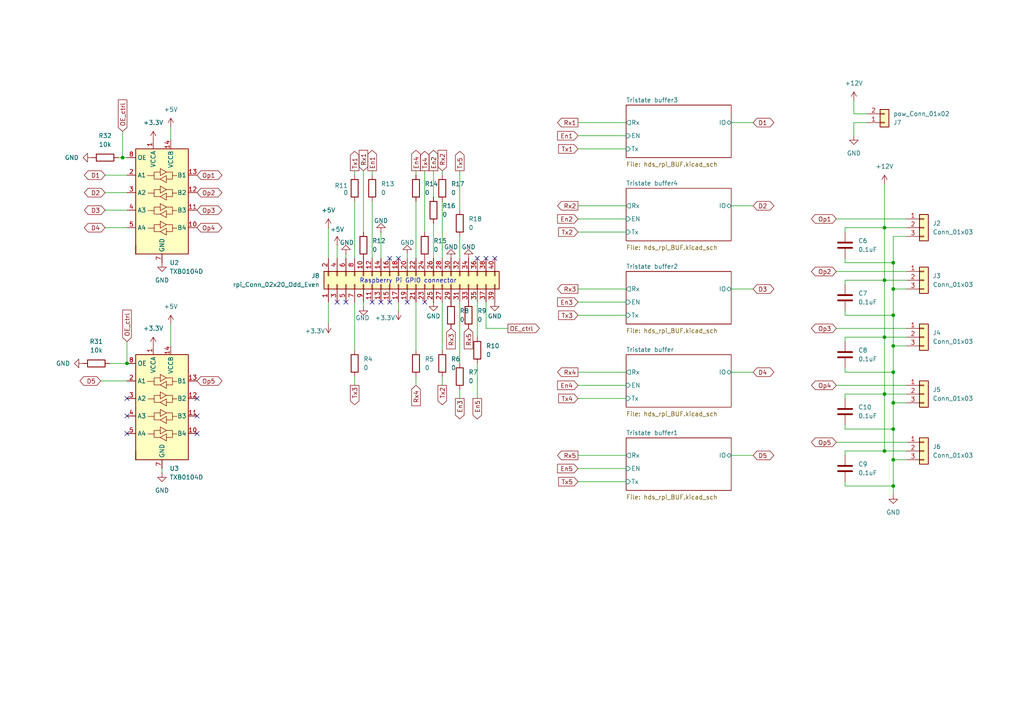
<source format=kicad_sch>
(kicad_sch (version 20231120) (generator "eeschema") (generator_version "8.0")
  (paper "A4")
  (lib_symbols
    (symbol "Connector_Generic:Conn_01x03" (pin_names (offset 1.016) hide)
      (property "Reference" "J" (at 0 5.08 0))
      (property "Value" "Conn_01x03" (at 0 -5.08 0))
      (symbol "Conn_01x03_1_1"
        (rectangle (start -1.27 -2.413) (end 0 -2.667) (stroke (width 0.1524)))
        (rectangle (start -1.27 0.127) (end 0 -0.127) (stroke (width 0.1524)))
        (rectangle (start -1.27 2.667) (end 0 2.413) (stroke (width 0.1524)))
        (rectangle (start -1.27 3.81) (end 1.27 -3.81) (stroke (width 0.254)) (fill (type background)))
        (pin passive line (at -5.08 2.54 0) (length 3.81) (name "Pin_1") (number "1"))
        (pin passive line (at -5.08 0 0) (length 3.81) (name "Pin_2") (number "2"))
        (pin passive line (at -5.08 -2.54 0) (length 3.81) (name "Pin_3") (number "3"))
      )
    )
    (symbol "Device:C" (pin_numbers hide) (pin_names (offset 0.254))
      (property "Reference" "C" (at 0.635 2.54 0))
      (property "Value" "C" (at 0.635 -2.54 0))
      (symbol "C_0_1"
        (polyline (pts (xy -2.032 -0.762) (xy 2.032 -0.762)) (stroke (width 0.508)))
        (polyline (pts (xy -2.032 0.762) (xy 2.032 0.762)) (stroke (width 0.508)))
      )
      (symbol "C_1_1"
        (pin passive line (at 0 3.81 270) (length 2.794) (name "~") (number "1"))
        (pin passive line (at 0 -3.81 90) (length 2.794) (name "~") (number "2"))
      )
    )
    (symbol "Device:R" (pin_numbers hide) (pin_names (offset 0))
      (property "Reference" "R" (at 2.032 0 90))
      (property "Value" "R" (at 0 0 90))
      (symbol "R_0_1"
        (rectangle (start -1.016 -2.54) (end 1.016 2.54) (stroke (width 0.254)))
      )
      (symbol "R_1_1"
        (pin passive line (at 0 3.81 270) (length 1.27) (name "~") (number "1"))
        (pin passive line (at 0 -3.81 90) (length 1.27) (name "~") (number "2"))
      )
    )
    (symbol "Logic_LevelTranslator:TXB0104D"
      (property "Reference" "U" (at -6.35 16.51 0))
      (property "Value" "TXB0104D" (at 3.81 16.51 0))
      (symbol "TXB0104D_0_1"
        (rectangle (start -7.62 -15.24) (end -7.62 -12.7) (stroke (width 0.254)))
        (rectangle (start -7.62 15.24) (end 7.62 -15.24) (stroke (width 0.254)) (fill (type background)))
        (polyline (pts (xy -2.286 -7.747) (xy -2.286 -6.731) (xy -0.508 -6.731)))
        (polyline (pts (xy -2.286 -2.667) (xy -2.286 -1.651) (xy -0.508 -1.651)))
        (polyline (pts (xy -2.286 2.413) (xy -2.286 3.429) (xy -0.508 3.429)))
        (polyline (pts (xy -2.286 7.493) (xy -2.286 8.509) (xy -0.508 8.509)))
        (polyline (pts (xy 3.048 -7.747) (xy 3.048 -8.763) (xy 1.27 -8.763)))
        (polyline (pts (xy 3.048 -2.667) (xy 3.048 -3.683) (xy 1.27 -3.683)))
        (polyline (pts (xy 3.048 2.413) (xy 3.048 1.397) (xy 1.27 1.397)))
        (polyline (pts (xy 3.048 7.493) (xy 3.048 6.477) (xy 1.27 6.477)))
        (polyline (pts (xy -0.508 -8.763) (xy -2.286 -8.763) (xy -2.286 -7.747) (xy -4.064 -7.747)))
        (polyline (pts (xy -0.508 -8.763) (xy 1.27 -7.747) (xy 1.27 -9.779) (xy -0.508 -8.763)))
        (polyline (pts (xy -0.508 -3.683) (xy -2.286 -3.683) (xy -2.286 -2.667) (xy -4.064 -2.667)))
        (polyline (pts (xy -0.508 -3.683) (xy 1.27 -2.667) (xy 1.27 -4.699) (xy -0.508 -3.683)))
        (polyline (pts (xy -0.508 1.397) (xy -2.286 1.397) (xy -2.286 2.413) (xy -4.064 2.413)))
        (polyline (pts (xy -0.508 1.397) (xy 1.27 2.413) (xy 1.27 0.381) (xy -0.508 1.397)))
        (polyline (pts (xy -0.508 6.477) (xy -2.286 6.477) (xy -2.286 7.493) (xy -4.318 7.493)))
        (polyline (pts (xy -0.508 6.477) (xy 1.27 7.493) (xy 1.27 5.461) (xy -0.508 6.477)))
        (polyline (pts (xy 1.27 -6.731) (xy -0.508 -7.747) (xy -0.508 -5.715) (xy 1.27 -6.731)))
        (polyline (pts (xy 1.27 -6.731) (xy 3.048 -6.731) (xy 3.048 -7.747) (xy 4.318 -7.747)))
        (polyline (pts (xy 1.27 -1.651) (xy -0.508 -2.667) (xy -0.508 -0.635) (xy 1.27 -1.651)))
        (polyline (pts (xy 1.27 -1.651) (xy 3.048 -1.651) (xy 3.048 -2.667) (xy 4.318 -2.667)))
        (polyline (pts (xy 1.27 3.429) (xy -0.508 2.413) (xy -0.508 4.445) (xy 1.27 3.429)))
        (polyline (pts (xy 1.27 3.429) (xy 3.048 3.429) (xy 3.048 2.413) (xy 4.318 2.413)))
        (polyline (pts (xy 1.27 8.509) (xy -0.508 7.493) (xy -0.508 9.525) (xy 1.27 8.509)))
        (polyline (pts (xy 1.27 8.509) (xy 3.048 8.509) (xy 3.048 7.493) (xy 4.318 7.493)))
      )
      (symbol "TXB0104D_1_1"
        (pin power_in line (at -2.54 17.78 270) (length 2.54) (name "VCCA") (number "1"))
        (pin bidirectional line (at 10.16 -7.62 180) (length 2.54) (name "B4") (number "10"))
        (pin bidirectional line (at 10.16 -2.54 180) (length 2.54) (name "B3") (number "11"))
        (pin bidirectional line (at 10.16 2.54 180) (length 2.54) (name "B2") (number "12"))
        (pin bidirectional line (at 10.16 7.62 180) (length 2.54) (name "B1") (number "13"))
        (pin power_in line (at 2.54 17.78 270) (length 2.54) (name "VCCB") (number "14"))
        (pin bidirectional line (at -10.16 7.62 0) (length 2.54) (name "A1") (number "2"))
        (pin bidirectional line (at -10.16 2.54 0) (length 2.54) (name "A2") (number "3"))
        (pin bidirectional line (at -10.16 -2.54 0) (length 2.54) (name "A3") (number "4"))
        (pin bidirectional line (at -10.16 -7.62 0) (length 2.54) (name "A4") (number "5"))
        (pin no_connect line (at -7.62 -12.7 0) (length 2.54) hide (name "NC") (number "6"))
        (pin power_in line (at 0 -17.78 90) (length 2.54) (name "GND") (number "7"))
        (pin input line (at -10.16 12.7 0) (length 2.54) (name "OE") (number "8"))
        (pin no_connect line (at 7.62 -12.7 180) (length 2.54) hide (name "NC") (number "9"))
      )
    )
    (symbol "mylib:pow_Conn_01x02" (pin_names (offset 1.016) hide)
      (property "Reference" "J" (at 0 2.54 0))
      (property "Value" "pow_Conn_01x02" (at 0 -5.08 0))
      (symbol "pow_Conn_01x02_1_1"
        (rectangle (start -1.27 -2.413) (end 0 -2.667) (stroke (width 0.1524)))
        (rectangle (start -1.27 0.127) (end 0 -0.127) (stroke (width 0.1524)))
        (rectangle (start -1.27 1.27) (end 1.27 -3.81) (stroke (width 0.254)) (fill (type background)))
        (pin power_out line (at -5.08 0 0) (length 3.81) (name "Pin_1") (number "1"))
        (pin power_out line (at -5.08 -2.54 0) (length 3.81) (name "Pin_2") (number "2"))
      )
    )
    (symbol "mylib:rpi_Conn_02x20_Odd_Even" (pin_names (offset 1.016) hide)
      (property "Reference" "J8" (at 2.5401 25.4 90))
      (property "Value" "rpi_Conn_02x20_Odd_Even" (at 0.0001 25.4 90))
      (symbol "rpi_Conn_02x20_Odd_Even_1_1"
        (rectangle (start -1.27 -25.273) (end 0 -25.527) (stroke (width 0.1524)))
        (rectangle (start -1.27 -22.733) (end 0 -22.987) (stroke (width 0.1524)))
        (rectangle (start -1.27 -20.193) (end 0 -20.447) (stroke (width 0.1524)))
        (rectangle (start -1.27 -17.653) (end 0 -17.907) (stroke (width 0.1524)))
        (rectangle (start -1.27 -15.113) (end 0 -15.367) (stroke (width 0.1524)))
        (rectangle (start -1.27 -12.573) (end 0 -12.827) (stroke (width 0.1524)))
        (rectangle (start -1.27 -10.033) (end 0 -10.287) (stroke (width 0.1524)))
        (rectangle (start -1.27 -7.493) (end 0 -7.747) (stroke (width 0.1524)))
        (rectangle (start -1.27 -4.953) (end 0 -5.207) (stroke (width 0.1524)))
        (rectangle (start -1.27 -2.413) (end 0 -2.667) (stroke (width 0.1524)))
        (rectangle (start -1.27 0.127) (end 0 -0.127) (stroke (width 0.1524)))
        (rectangle (start -1.27 2.667) (end 0 2.413) (stroke (width 0.1524)))
        (rectangle (start -1.27 5.207) (end 0 4.953) (stroke (width 0.1524)))
        (rectangle (start -1.27 7.747) (end 0 7.493) (stroke (width 0.1524)))
        (rectangle (start -1.27 10.287) (end 0 10.033) (stroke (width 0.1524)))
        (rectangle (start -1.27 12.827) (end 0 12.573) (stroke (width 0.1524)))
        (rectangle (start -1.27 15.367) (end 0 15.113) (stroke (width 0.1524)))
        (rectangle (start -1.27 17.907) (end 0 17.653) (stroke (width 0.1524)))
        (rectangle (start -1.27 20.447) (end 0 20.193) (stroke (width 0.1524)))
        (rectangle (start -1.27 22.987) (end 0 22.733) (stroke (width 0.1524)))
        (rectangle (start -1.27 24.13) (end 3.81 -26.67) (stroke (width 0.254)) (fill (type background)))
        (rectangle (start 3.81 -25.273) (end 2.54 -25.527) (stroke (width 0.1524)))
        (rectangle (start 3.81 -22.733) (end 2.54 -22.987) (stroke (width 0.1524)))
        (rectangle (start 3.81 -20.193) (end 2.54 -20.447) (stroke (width 0.1524)))
        (rectangle (start 3.81 -17.653) (end 2.54 -17.907) (stroke (width 0.1524)))
        (rectangle (start 3.81 -15.113) (end 2.54 -15.367) (stroke (width 0.1524)))
        (rectangle (start 3.81 -12.573) (end 2.54 -12.827) (stroke (width 0.1524)))
        (rectangle (start 3.81 -10.033) (end 2.54 -10.287) (stroke (width 0.1524)))
        (rectangle (start 3.81 -7.493) (end 2.54 -7.747) (stroke (width 0.1524)))
        (rectangle (start 3.81 -4.953) (end 2.54 -5.207) (stroke (width 0.1524)))
        (rectangle (start 3.81 -2.413) (end 2.54 -2.667) (stroke (width 0.1524)))
        (rectangle (start 3.81 0.127) (end 2.54 -0.127) (stroke (width 0.1524)))
        (rectangle (start 3.81 2.667) (end 2.54 2.413) (stroke (width 0.1524)))
        (rectangle (start 3.81 5.207) (end 2.54 4.953) (stroke (width 0.1524)))
        (rectangle (start 3.81 7.747) (end 2.54 7.493) (stroke (width 0.1524)))
        (rectangle (start 3.81 10.287) (end 2.54 10.033) (stroke (width 0.1524)))
        (rectangle (start 3.81 12.827) (end 2.54 12.573) (stroke (width 0.1524)))
        (rectangle (start 3.81 15.367) (end 2.54 15.113) (stroke (width 0.1524)))
        (rectangle (start 3.81 17.907) (end 2.54 17.653) (stroke (width 0.1524)))
        (rectangle (start 3.81 20.447) (end 2.54 20.193) (stroke (width 0.1524)))
        (rectangle (start 3.81 22.987) (end 2.54 22.733) (stroke (width 0.1524)))
        (pin power_out line (at -5.08 22.86 0) (length 3.81) (name "Pin_1") (number "1"))
        (pin passive line (at 7.62 12.7 180) (length 3.81) (name "Pin_10") (number "10"))
        (pin passive line (at -5.08 10.16 0) (length 3.81) (name "Pin_11") (number "11"))
        (pin passive line (at 7.62 10.16 180) (length 3.81) (name "Pin_12") (number "12"))
        (pin passive line (at -5.08 7.62 0) (length 3.81) (name "Pin_13") (number "13"))
        (pin passive line (at 7.62 7.62 180) (length 3.81) (name "Pin_14") (number "14"))
        (pin passive line (at -5.08 5.08 0) (length 3.81) (name "Pin_15") (number "15"))
        (pin passive line (at 7.62 5.08 180) (length 3.81) (name "Pin_16") (number "16"))
        (pin passive line (at -5.08 2.54 0) (length 3.81) (name "Pin_17") (number "17"))
        (pin passive line (at 7.62 2.54 180) (length 3.81) (name "Pin_18") (number "18"))
        (pin passive line (at -5.08 0 0) (length 3.81) (name "Pin_19") (number "19"))
        (pin power_out line (at 7.62 22.86 180) (length 3.81) (name "Pin_2") (number "2"))
        (pin passive line (at 7.62 0 180) (length 3.81) (name "Pin_20") (number "20"))
        (pin passive line (at -5.08 -2.54 0) (length 3.81) (name "Pin_21") (number "21"))
        (pin passive line (at 7.62 -2.54 180) (length 3.81) (name "Pin_22") (number "22"))
        (pin passive line (at -5.08 -5.08 0) (length 3.81) (name "Pin_23") (number "23"))
        (pin passive line (at 7.62 -5.08 180) (length 3.81) (name "Pin_24") (number "24"))
        (pin passive line (at -5.08 -7.62 0) (length 3.81) (name "Pin_25") (number "25"))
        (pin passive line (at 7.62 -7.62 180) (length 3.81) (name "Pin_26") (number "26"))
        (pin passive line (at -5.08 -10.16 0) (length 3.81) (name "Pin_27") (number "27"))
        (pin passive line (at 7.62 -10.16 180) (length 3.81) (name "Pin_28") (number "28"))
        (pin passive line (at -5.08 -12.7 0) (length 3.81) (name "Pin_29") (number "29"))
        (pin passive line (at -5.08 20.32 0) (length 3.81) (name "Pin_3") (number "3"))
        (pin passive line (at 7.62 -12.7 180) (length 3.81) (name "Pin_30") (number "30"))
        (pin passive line (at -5.08 -15.24 0) (length 3.81) (name "Pin_31") (number "31"))
        (pin passive line (at 7.62 -15.24 180) (length 3.81) (name "Pin_32") (number "32"))
        (pin passive line (at -5.08 -17.78 0) (length 3.81) (name "Pin_33") (number "33"))
        (pin passive line (at 7.62 -17.78 180) (length 3.81) (name "Pin_34") (number "34"))
        (pin passive line (at -5.08 -20.32 0) (length 3.81) (name "Pin_35") (number "35"))
        (pin passive line (at 7.62 -20.32 180) (length 3.81) (name "Pin_36") (number "36"))
        (pin passive line (at -5.08 -22.86 0) (length 3.81) (name "Pin_37") (number "37"))
        (pin passive line (at 7.62 -22.86 180) (length 3.81) (name "Pin_38") (number "38"))
        (pin passive line (at -5.08 -25.4 0) (length 3.81) (name "Pin_39") (number "39"))
        (pin passive line (at 7.62 20.32 180) (length 3.81) (name "Pin_4") (number "4"))
        (pin passive line (at 7.62 -25.4 180) (length 3.81) (name "Pin_40") (number "40"))
        (pin passive line (at -5.08 17.78 0) (length 3.81) (name "Pin_5") (number "5"))
        (pin passive line (at 7.62 17.78 180) (length 3.81) (name "Pin_6") (number "6"))
        (pin passive line (at -5.08 15.24 0) (length 3.81) (name "Pin_7") (number "7"))
        (pin passive line (at 7.62 15.24 180) (length 3.81) (name "Pin_8") (number "8"))
        (pin passive line (at -5.08 12.7 0) (length 3.81) (name "Pin_9") (number "9"))
      )
    )
    (symbol "power:+12V" (power) (pin_numbers hide) (pin_names (offset 0) hide)
      (property "Value" "+12V" (at 0 3.556 0))
      (symbol "+12V_0_1"
        (polyline (pts (xy -0.762 1.27) (xy 0 2.54)))
        (polyline (pts (xy 0 0) (xy 0 2.54)))
        (polyline (pts (xy 0 2.54) (xy 0.762 1.27)))
      )
      (symbol "+12V_1_1"
        (pin power_in line (at 0 0 90) (length 0) (name "~") (number "1"))
      )
    )
    (symbol "power:+3.3V" (power) (pin_numbers hide) (pin_names (offset 0) hide)
      (property "Value" "+3.3V" (at 0 3.556 0))
      (symbol "+3.3V_0_1"
        (polyline (pts (xy -0.762 1.27) (xy 0 2.54)))
        (polyline (pts (xy 0 0) (xy 0 2.54)))
        (polyline (pts (xy 0 2.54) (xy 0.762 1.27)))
      )
      (symbol "+3.3V_1_1"
        (pin power_in line (at 0 0 90) (length 0) (name "~") (number "1"))
      )
    )
    (symbol "power:+5V" (power) (pin_numbers hide) (pin_names (offset 0) hide)
      (property "Value" "+5V" (at 0 3.556 0))
      (symbol "+5V_0_1"
        (polyline (pts (xy -0.762 1.27) (xy 0 2.54)))
        (polyline (pts (xy 0 0) (xy 0 2.54)))
        (polyline (pts (xy 0 2.54) (xy 0.762 1.27)))
      )
      (symbol "+5V_1_1"
        (pin power_in line (at 0 0 90) (length 0) (name "~") (number "1"))
      )
    )
    (symbol "power:GND" (power) (pin_numbers hide) (pin_names (offset 0) hide)
      (property "Value" "GND" (at 0 -3.81 0))
      (symbol "GND_0_1"
        (polyline (pts (xy 0 0) (xy 0 -1.27) (xy 1.27 -1.27) (xy 0 -2.54) (xy -1.27 -1.27) (xy 0 -1.27)))
      )
      (symbol "GND_1_1"
        (pin power_in line (at 0 0 270) (length 0) (name "~") (number "1"))
      )
    )
  )
  (junction (at 259.08 133.35))
  (junction (at 256.54 130.81))
  (junction (at 259.08 107.95))
  (junction (at 36.83 105.41))
  (junction (at 259.08 100.33))
  (junction (at 259.08 140.97))
  (junction (at 259.08 116.84))
  (junction (at 256.54 66.04))
  (junction (at 256.54 114.3))
  (junction (at 256.54 97.79))
  (junction (at 35.56 45.72))
  (junction (at 256.54 81.28))
  (junction (at 259.08 91.44))
  (junction (at 259.08 83.82))
  (junction (at 259.08 76.2))
  (junction (at 259.08 124.46))
  (no_connect (at 100.33 87.63))
  (no_connect (at 57.15 115.57))
  (no_connect (at 36.83 125.73))
  (no_connect (at 110.49 87.63))
  (no_connect (at 113.03 74.93))
  (no_connect (at 138.43 74.93))
  (no_connect (at 57.15 120.65))
  (no_connect (at 36.83 120.65))
  (no_connect (at 113.03 87.63))
  (no_connect (at 123.19 87.63))
  (no_connect (at 140.97 74.93))
  (no_connect (at 36.83 115.57))
  (no_connect (at 97.79 87.63))
  (no_connect (at 115.57 74.93))
  (no_connect (at 107.95 87.63))
  (no_connect (at 118.11 87.63))
  (no_connect (at 143.51 74.93))
  (no_connect (at 57.15 125.73))
  (wire (pts (xy 242.57 95.25) (xy 262.89 95.25)))
  (wire (pts (xy 35.56 45.72) (xy 36.83 45.72)))
  (wire (pts (xy 256.54 81.28) (xy 256.54 97.79)))
  (wire (pts (xy 115.57 87.63) (xy 115.57 90.17)))
  (wire (pts (xy 259.08 83.82) (xy 259.08 76.2)))
  (wire (pts (xy 259.08 91.44) (xy 259.08 100.33)))
  (wire (pts (xy 256.54 114.3) (xy 256.54 130.81)))
  (wire (pts (xy 30.48 66.04) (xy 36.83 66.04)))
  (wire (pts (xy 245.11 82.55) (xy 245.11 81.28)))
  (wire (pts (xy 102.87 58.42) (xy 102.87 74.93)))
  (wire (pts (xy 259.08 140.97) (xy 259.08 133.35)))
  (wire (pts (xy 259.08 100.33) (xy 262.89 100.33)))
  (wire (pts (xy 30.48 60.96) (xy 36.83 60.96)))
  (wire (pts (xy 259.08 140.97) (xy 259.08 143.51)))
  (wire (pts (xy 242.57 78.74) (xy 262.89 78.74)))
  (wire (pts (xy 247.65 35.56) (xy 251.46 35.56)))
  (wire (pts (xy 245.11 66.04) (xy 256.54 66.04)))
  (wire (pts (xy 167.64 83.82) (xy 181.61 83.82)))
  (wire (pts (xy 128.27 109.22) (xy 128.27 111.76)))
  (wire (pts (xy 167.64 59.69) (xy 181.61 59.69)))
  (wire (pts (xy 245.11 97.79) (xy 256.54 97.79)))
  (wire (pts (xy 128.27 58.42) (xy 128.27 74.93)))
  (wire (pts (xy 256.54 114.3) (xy 262.89 114.3)))
  (wire (pts (xy 247.65 39.37) (xy 247.65 35.56)))
  (wire (pts (xy 120.65 58.42) (xy 120.65 74.93)))
  (wire (pts (xy 247.65 29.21) (xy 247.65 33.02)))
  (wire (pts (xy 256.54 97.79) (xy 262.89 97.79)))
  (wire (pts (xy 133.35 113.03) (xy 133.35 115.57)))
  (wire (pts (xy 245.11 74.93) (xy 245.11 76.2)))
  (wire (pts (xy 245.11 76.2) (xy 259.08 76.2)))
  (wire (pts (xy 35.56 38.1) (xy 35.56 45.72)))
  (wire (pts (xy 167.64 135.89) (xy 181.61 135.89)))
  (wire (pts (xy 242.57 128.27) (xy 262.89 128.27)))
  (wire (pts (xy 36.83 99.06) (xy 36.83 105.41)))
  (wire (pts (xy 212.09 59.69) (xy 218.44 59.69)))
  (wire (pts (xy 212.09 83.82) (xy 218.44 83.82)))
  (wire (pts (xy 247.65 33.02) (xy 251.46 33.02)))
  (wire (pts (xy 259.08 83.82) (xy 262.89 83.82)))
  (wire (pts (xy 245.11 99.06) (xy 245.11 97.79)))
  (wire (pts (xy 259.08 100.33) (xy 259.08 107.95)))
  (wire (pts (xy 123.19 49.53) (xy 123.19 67.31)))
  (wire (pts (xy 167.64 132.08) (xy 181.61 132.08)))
  (wire (pts (xy 212.09 107.95) (xy 218.44 107.95)))
  (wire (pts (xy 256.54 97.79) (xy 256.54 114.3)))
  (wire (pts (xy 120.65 109.22) (xy 120.65 111.76)))
  (wire (pts (xy 167.64 91.44) (xy 181.61 91.44)))
  (wire (pts (xy 29.21 110.49) (xy 36.83 110.49)))
  (wire (pts (xy 259.08 124.46) (xy 259.08 133.35)))
  (wire (pts (xy 30.48 50.8) (xy 36.83 50.8)))
  (wire (pts (xy 259.08 68.58) (xy 262.89 68.58)))
  (wire (pts (xy 133.35 68.58) (xy 133.35 74.93)))
  (wire (pts (xy 245.11 115.57) (xy 245.11 114.3)))
  (wire (pts (xy 245.11 91.44) (xy 259.08 91.44)))
  (wire (pts (xy 105.41 88.9) (xy 105.41 87.63)))
  (wire (pts (xy 167.64 87.63) (xy 181.61 87.63)))
  (wire (pts (xy 167.64 139.7) (xy 181.61 139.7)))
  (wire (pts (xy 167.64 35.56) (xy 181.61 35.56)))
  (wire (pts (xy 102.87 109.22) (xy 102.87 111.76)))
  (wire (pts (xy 167.64 111.76) (xy 181.61 111.76)))
  (wire (pts (xy 245.11 67.31) (xy 245.11 66.04)))
  (wire (pts (xy 102.87 49.53) (xy 102.87 50.8)))
  (wire (pts (xy 100.33 73.66) (xy 100.33 74.93)))
  (wire (pts (xy 245.11 132.08) (xy 245.11 130.81)))
  (wire (pts (xy 30.48 55.88) (xy 36.83 55.88)))
  (wire (pts (xy 125.73 49.53) (xy 125.73 57.15)))
  (wire (pts (xy 118.11 73.66) (xy 118.11 74.93)))
  (wire (pts (xy 97.79 71.12) (xy 97.79 74.93)))
  (wire (pts (xy 128.27 87.63) (xy 128.27 101.6)))
  (wire (pts (xy 138.43 87.63) (xy 138.43 97.79)))
  (wire (pts (xy 128.27 50.8) (xy 128.27 49.53)))
  (wire (pts (xy 256.54 66.04) (xy 256.54 81.28)))
  (wire (pts (xy 242.57 63.5) (xy 262.89 63.5)))
  (wire (pts (xy 256.54 81.28) (xy 262.89 81.28)))
  (wire (pts (xy 259.08 116.84) (xy 262.89 116.84)))
  (wire (pts (xy 167.64 115.57) (xy 181.61 115.57)))
  (wire (pts (xy 245.11 124.46) (xy 259.08 124.46)))
  (wire (pts (xy 107.95 49.53) (xy 107.95 50.8)))
  (wire (pts (xy 46.99 137.16) (xy 46.99 135.89)))
  (wire (pts (xy 140.97 95.25) (xy 140.97 87.63)))
  (wire (pts (xy 259.08 76.2) (xy 259.08 68.58)))
  (wire (pts (xy 102.87 87.63) (xy 102.87 101.6)))
  (wire (pts (xy 256.54 66.04) (xy 262.89 66.04)))
  (wire (pts (xy 34.29 45.72) (xy 35.56 45.72)))
  (wire (pts (xy 138.43 105.41) (xy 138.43 115.57)))
  (wire (pts (xy 105.41 49.53) (xy 105.41 67.31)))
  (wire (pts (xy 120.65 49.53) (xy 120.65 50.8)))
  (wire (pts (xy 259.08 116.84) (xy 259.08 124.46)))
  (wire (pts (xy 133.35 87.63) (xy 133.35 105.41)))
  (wire (pts (xy 95.25 93.98) (xy 95.25 87.63)))
  (wire (pts (xy 167.64 39.37) (xy 181.61 39.37)))
  (wire (pts (xy 167.64 63.5) (xy 181.61 63.5)))
  (wire (pts (xy 245.11 114.3) (xy 256.54 114.3)))
  (wire (pts (xy 245.11 107.95) (xy 259.08 107.95)))
  (wire (pts (xy 120.65 87.63) (xy 120.65 101.6)))
  (wire (pts (xy 245.11 123.19) (xy 245.11 124.46)))
  (wire (pts (xy 245.11 130.81) (xy 256.54 130.81)))
  (wire (pts (xy 125.73 64.77) (xy 125.73 74.93)))
  (wire (pts (xy 95.25 66.04) (xy 95.25 74.93)))
  (wire (pts (xy 212.09 132.08) (xy 218.44 132.08)))
  (wire (pts (xy 167.64 67.31) (xy 181.61 67.31)))
  (wire (pts (xy 49.53 36.83) (xy 49.53 40.64)))
  (wire (pts (xy 242.57 111.76) (xy 262.89 111.76)))
  (wire (pts (xy 245.11 90.17) (xy 245.11 91.44)))
  (wire (pts (xy 110.49 67.31) (xy 110.49 74.93)))
  (wire (pts (xy 31.75 105.41) (xy 36.83 105.41)))
  (wire (pts (xy 245.11 140.97) (xy 259.08 140.97)))
  (wire (pts (xy 245.11 81.28) (xy 256.54 81.28)))
  (wire (pts (xy 167.64 107.95) (xy 181.61 107.95)))
  (wire (pts (xy 256.54 130.81) (xy 262.89 130.81)))
  (wire (pts (xy 259.08 133.35) (xy 262.89 133.35)))
  (wire (pts (xy 107.95 58.42) (xy 107.95 74.93)))
  (wire (pts (xy 245.11 139.7) (xy 245.11 140.97)))
  (wire (pts (xy 259.08 107.95) (xy 259.08 116.84)))
  (wire (pts (xy 133.35 49.53) (xy 133.35 60.96)))
  (wire (pts (xy 167.64 43.18) (xy 181.61 43.18)))
  (wire (pts (xy 245.11 106.68) (xy 245.11 107.95)))
  (wire (pts (xy 49.53 93.98) (xy 49.53 100.33)))
  (wire (pts (xy 256.54 53.34) (xy 256.54 66.04)))
  (wire (pts (xy 259.08 91.44) (xy 259.08 83.82)))
  (wire (pts (xy 147.32 95.25) (xy 140.97 95.25)))
  (wire (pts (xy 212.09 35.56) (xy 218.44 35.56)))
  (text "Raspberry Pi GPIO connector" (at 118.364 81.534 0) (effects (font (size 1.27 1.27))))
  (global_label "D3" (shape bidirectional) (at 30.48 60.96 180) (property "Intersheetrefs" "${INTERSHEET_REFS}" (effects (hide yes))))
  (global_label "D1" (shape bidirectional) (at 218.44 35.56 0) (property "Intersheetrefs" "${INTERSHEET_REFS}" (effects (hide yes))))
  (global_label "Rx1" (shape input) (at 105.41 49.53 90) (property "Intersheetrefs" "${INTERSHEET_REFS}" (effects (hide yes))))
  (global_label "Tx5" (shape input) (at 167.64 139.7 180) (property "Intersheetrefs" "${INTERSHEET_REFS}" (effects (hide yes))))
  (global_label "Rx4" (shape input) (at 120.65 111.76 270) (property "Intersheetrefs" "${INTERSHEET_REFS}" (effects (hide yes))))
  (global_label "Rx5" (shape input) (at 135.89 95.25 270) (property "Intersheetrefs" "${INTERSHEET_REFS}" (effects (hide yes))))
  (global_label "Op1" (shape bidirectional) (at 57.15 50.8 0) (property "Intersheetrefs" "${INTERSHEET_REFS}" (effects (hide yes))))
  (global_label "D3" (shape bidirectional) (at 218.44 83.82 0) (property "Intersheetrefs" "${INTERSHEET_REFS}" (effects (hide yes))))
  (global_label "Op2" (shape bidirectional) (at 57.15 55.88 0) (property "Intersheetrefs" "${INTERSHEET_REFS}" (effects (hide yes))))
  (global_label "Op5" (shape bidirectional) (at 242.57 128.27 180) (property "Intersheetrefs" "${INTERSHEET_REFS}" (effects (hide yes))))
  (global_label "Tx5" (shape output) (at 133.35 49.53 90) (property "Intersheetrefs" "${INTERSHEET_REFS}" (effects (hide yes))))
  (global_label "Tx3" (shape input) (at 167.64 91.44 180) (property "Intersheetrefs" "${INTERSHEET_REFS}" (effects (hide yes))))
  (global_label "En3" (shape output) (at 133.35 115.57 270) (property "Intersheetrefs" "${INTERSHEET_REFS}" (effects (hide yes))))
  (global_label "OE_ctrl" (shape input) (at 36.83 99.06 90) (property "Intersheetrefs" "${INTERSHEET_REFS}" (effects (hide yes))))
  (global_label "Tx2" (shape input) (at 167.64 67.31 180) (property "Intersheetrefs" "${INTERSHEET_REFS}" (effects (hide yes))))
  (global_label "Op2" (shape bidirectional) (at 242.57 78.74 180) (property "Intersheetrefs" "${INTERSHEET_REFS}" (effects (hide yes))))
  (global_label "En1" (shape input) (at 167.64 39.37 180) (property "Intersheetrefs" "${INTERSHEET_REFS}" (effects (hide yes))))
  (global_label "Rx3" (shape output) (at 167.64 83.82 180) (property "Intersheetrefs" "${INTERSHEET_REFS}" (effects (hide yes))))
  (global_label "Rx2" (shape output) (at 167.64 59.69 180) (property "Intersheetrefs" "${INTERSHEET_REFS}" (effects (hide yes))))
  (global_label "Rx2" (shape input) (at 128.27 49.53 90) (property "Intersheetrefs" "${INTERSHEET_REFS}" (effects (hide yes))))
  (global_label "OE_ctrl" (shape input) (at 35.56 38.1 90) (property "Intersheetrefs" "${INTERSHEET_REFS}" (effects (hide yes))))
  (global_label "Tx1" (shape output) (at 102.87 49.53 90) (property "Intersheetrefs" "${INTERSHEET_REFS}" (effects (hide yes))))
  (global_label "Tx2" (shape output) (at 128.27 111.76 270) (property "Intersheetrefs" "${INTERSHEET_REFS}" (effects (hide yes))))
  (global_label "En1" (shape output) (at 107.95 49.53 90) (property "Intersheetrefs" "${INTERSHEET_REFS}" (effects (hide yes))))
  (global_label "Op1" (shape bidirectional) (at 242.57 63.5 180) (property "Intersheetrefs" "${INTERSHEET_REFS}" (effects (hide yes))))
  (global_label "En5" (shape input) (at 167.64 135.89 180) (property "Intersheetrefs" "${INTERSHEET_REFS}" (effects (hide yes))))
  (global_label "En5" (shape output) (at 138.43 115.57 270) (property "Intersheetrefs" "${INTERSHEET_REFS}" (effects (hide yes))))
  (global_label "OE_ctrl" (shape output) (at 147.32 95.25 0) (property "Intersheetrefs" "${INTERSHEET_REFS}" (effects (hide yes))))
  (global_label "Tx1" (shape input) (at 167.64 43.18 180) (property "Intersheetrefs" "${INTERSHEET_REFS}" (effects (hide yes))))
  (global_label "En4" (shape output) (at 120.65 49.53 90) (property "Intersheetrefs" "${INTERSHEET_REFS}" (effects (hide yes))))
  (global_label "Op3" (shape bidirectional) (at 242.57 95.25 180) (property "Intersheetrefs" "${INTERSHEET_REFS}" (effects (hide yes))))
  (global_label "D4" (shape bidirectional) (at 30.48 66.04 180) (property "Intersheetrefs" "${INTERSHEET_REFS}" (effects (hide yes))))
  (global_label "Op3" (shape bidirectional) (at 57.15 60.96 0) (property "Intersheetrefs" "${INTERSHEET_REFS}" (effects (hide yes))))
  (global_label "Op5" (shape bidirectional) (at 57.15 110.49 0) (property "Intersheetrefs" "${INTERSHEET_REFS}" (effects (hide yes))))
  (global_label "En4" (shape input) (at 167.64 111.76 180) (property "Intersheetrefs" "${INTERSHEET_REFS}" (effects (hide yes))))
  (global_label "En3" (shape input) (at 167.64 87.63 180) (property "Intersheetrefs" "${INTERSHEET_REFS}" (effects (hide yes))))
  (global_label "D2" (shape bidirectional) (at 218.44 59.69 0) (property "Intersheetrefs" "${INTERSHEET_REFS}" (effects (hide yes))))
  (global_label "En2" (shape input) (at 167.64 63.5 180) (property "Intersheetrefs" "${INTERSHEET_REFS}" (effects (hide yes))))
  (global_label "En2" (shape output) (at 125.73 49.53 90) (property "Intersheetrefs" "${INTERSHEET_REFS}" (effects (hide yes))))
  (global_label "Tx4" (shape output) (at 123.19 49.53 90) (property "Intersheetrefs" "${INTERSHEET_REFS}" (effects (hide yes))))
  (global_label "Tx4" (shape input) (at 167.64 115.57 180) (property "Intersheetrefs" "${INTERSHEET_REFS}" (effects (hide yes))))
  (global_label "Op4" (shape bidirectional) (at 57.15 66.04 0) (property "Intersheetrefs" "${INTERSHEET_REFS}" (effects (hide yes))))
  (global_label "Rx3" (shape input) (at 130.81 95.25 270) (property "Intersheetrefs" "${INTERSHEET_REFS}" (effects (hide yes))))
  (global_label "D4" (shape bidirectional) (at 218.44 107.95 0) (property "Intersheetrefs" "${INTERSHEET_REFS}" (effects (hide yes))))
  (global_label "D5" (shape bidirectional) (at 29.21 110.49 180) (property "Intersheetrefs" "${INTERSHEET_REFS}" (effects (hide yes))))
  (global_label "Tx3" (shape output) (at 102.87 111.76 270) (property "Intersheetrefs" "${INTERSHEET_REFS}" (effects (hide yes))))
  (global_label "D1" (shape bidirectional) (at 30.48 50.8 180) (property "Intersheetrefs" "${INTERSHEET_REFS}" (effects (hide yes))))
  (global_label "Rx4" (shape output) (at 167.64 107.95 180) (property "Intersheetrefs" "${INTERSHEET_REFS}" (effects (hide yes))))
  (global_label "D2" (shape bidirectional) (at 30.48 55.88 180) (property "Intersheetrefs" "${INTERSHEET_REFS}" (effects (hide yes))))
  (global_label "Rx1" (shape output) (at 167.64 35.56 180) (property "Intersheetrefs" "${INTERSHEET_REFS}" (effects (hide yes))))
  (global_label "D5" (shape bidirectional) (at 218.44 132.08 0) (property "Intersheetrefs" "${INTERSHEET_REFS}" (effects (hide yes))))
  (global_label "Op4" (shape bidirectional) (at 242.57 111.76 180) (property "Intersheetrefs" "${INTERSHEET_REFS}" (effects (hide yes))))
  (global_label "Rx5" (shape output) (at 167.64 132.08 180) (property "Intersheetrefs" "${INTERSHEET_REFS}" (effects (hide yes))))
  (symbol (lib_id "Device:R") (at 128.27 54.61 0) (unit 1)
    (property "Reference" "R17" (at 130.81 53.3399 0) (effects (justify left)))
    (property "Value" "0" (at 130.81 55.8799 0) (effects (justify left)))
    (property "Footprint" "Resistor_SMD:R_1206_3216Metric_Pad1.30x1.75mm_HandSolder" (effects (hide yes)))
    (property "Description" "Resistor" (effects (hide yes)))
  )
  (symbol (lib_id "Connector_Generic:Conn_01x03") (at 267.97 66.04 0) (unit 1)
    (property "Reference" "J2" (at 270.51 64.7699 0) (effects (justify left)))
    (property "Value" "Conn_01x03" (at 270.51 67.3099 0) (effects (justify left)))
    (property "Footprint" "Connector_PinHeader_2.54mm:PinHeader_1x03_P2.54mm_Vertical" (effects (hide yes)))
    (property "Description" "Generic connector, single row, 01x03, script generated (kicad-library-utils/schlib/autogen/connector/)" (effects (hide yes)))
  )
  (symbol (lib_id "Device:R") (at 135.89 91.44 0) (unit 1)
    (property "Reference" "R9" (at 138.43 90.1699 0) (effects (justify left)))
    (property "Value" "0" (at 138.43 92.7099 0) (effects (justify left)))
    (property "Footprint" "Resistor_SMD:R_1206_3216Metric_Pad1.30x1.75mm_HandSolder" (effects (hide yes)))
    (property "Description" "Resistor" (effects (hide yes)))
  )
  (symbol (lib_id "Device:R") (at 105.41 71.12 0) (unit 1)
    (property "Reference" "R12" (at 107.95 69.8499 0) (effects (justify left)))
    (property "Value" "0" (at 107.95 72.3899 0) (effects (justify left)))
    (property "Footprint" "Resistor_SMD:R_1206_3216Metric_Pad1.30x1.75mm_HandSolder" (effects (hide yes)))
    (property "Description" "Resistor" (effects (hide yes)))
  )
  (symbol (lib_id "Device:C") (at 245.11 71.12 180) (unit 1)
    (property "Reference" "C6" (at 248.92 69.8499 0) (effects (justify right)))
    (property "Value" "0.1uF" (at 248.92 72.3899 0) (effects (justify right)))
    (property "Footprint" "Inductor_SMD:L_1206_3216Metric_Pad1.22x1.90mm_HandSolder" (effects (hide yes)))
    (property "Description" "Unpolarized capacitor" (effects (hide yes)))
  )
  (symbol (lib_id "Device:R") (at 130.81 91.44 0) (unit 1)
    (property "Reference" "R8" (at 133.35 90.1699 0) (effects (justify left)))
    (property "Value" "0" (at 133.35 92.7099 0) (effects (justify left)))
    (property "Footprint" "Resistor_SMD:R_1206_3216Metric_Pad1.30x1.75mm_HandSolder" (effects (hide yes)))
    (property "Description" "Resistor" (effects (hide yes)))
  )
  (symbol (lib_id "Device:C") (at 245.11 86.36 0) (unit 1)
    (property "Reference" "C7" (at 248.92 85.0899 0) (effects (justify left)))
    (property "Value" "0.1uF" (at 248.92 87.6299 0) (effects (justify left)))
    (property "Footprint" "Inductor_SMD:L_1206_3216Metric_Pad1.22x1.90mm_HandSolder" (effects (hide yes)))
    (property "Description" "Unpolarized capacitor" (effects (hide yes)))
  )
  (symbol (lib_id "power:GND") (at 24.13 105.41 270) (unit 1)
    (property "Reference" "#PWR051" (effects (hide yes)))
    (property "Value" "GND" (at 20.32 105.4099 90) (effects (justify right)))
    (property "Description" "Power symbol creates a global label with name \"GND\" , ground" (effects (hide yes)))
  )
  (symbol (lib_id "power:+12V") (at 247.65 29.21 0) (unit 1)
    (property "Reference" "#PWR038" (effects (hide yes)))
    (property "Value" "+12V" (at 247.65 24.13 0))
    (property "Description" "Power symbol creates a global label with name \"+12V\"" (effects (hide yes)))
  )
  (symbol (lib_id "power:+3.3V") (at 95.25 93.98 180) (unit 1)
    (property "Reference" "#PWR02" (effects (hide yes)))
    (property "Value" "+3.3V" (at 88.392 96.012 0) (effects (justify right)))
    (property "Description" "Power symbol creates a global label with name \"+3.3V\"" (effects (hide yes)))
  )
  (symbol (lib_id "Device:R") (at 30.48 45.72 90) (unit 1)
    (property "Reference" "R32" (at 30.48 39.37 90))
    (property "Value" "10k" (at 30.48 41.91 90))
    (property "Footprint" "Resistor_SMD:R_1206_3216Metric_Pad1.30x1.75mm_HandSolder" (effects (hide yes)))
    (property "Description" "Resistor" (effects (hide yes)))
  )
  (symbol (lib_id "Device:C") (at 245.11 135.89 180) (unit 1)
    (property "Reference" "C9" (at 248.92 134.6199 0) (effects (justify right)))
    (property "Value" "0.1uF" (at 248.92 137.1599 0) (effects (justify right)))
    (property "Footprint" "Inductor_SMD:L_1206_3216Metric_Pad1.22x1.90mm_HandSolder" (effects (hide yes)))
    (property "Description" "Unpolarized capacitor" (effects (hide yes)))
  )
  (symbol (lib_id "Logic_LevelTranslator:TXB0104D") (at 46.99 58.42 0) (unit 1)
    (property "Reference" "U2" (at 49.1841 76.2 0) (effects (justify left)))
    (property "Value" "TXB0104D" (at 49.1841 78.74 0) (effects (justify left)))
    (property "Footprint" "Package_SO:SOIC-14_3.9x8.7mm_P1.27mm" (effects (hide yes)))
    (property "Datasheet" "http://www.ti.com/lit/ds/symlink/txb0104.pdf" (effects (hide yes)))
    (property "Description" "4-Bit Bidirectional Voltage-Level Translator, Auto Direction Sensing and ±15-kV ESD Protection, 1.2 - 3.6V APort, 1.65 - 5.5V BPort, SOIC-14" (effects (hide yes)))
  )
  (symbol (lib_id "Device:R") (at 133.35 64.77 0) (unit 1)
    (property "Reference" "R18" (at 135.89 63.4999 0) (effects (justify left)))
    (property "Value" "0" (at 135.89 66.0399 0) (effects (justify left)))
    (property "Footprint" "Resistor_SMD:R_1206_3216Metric_Pad1.30x1.75mm_HandSolder" (effects (hide yes)))
    (property "Description" "Resistor" (effects (hide yes)))
  )
  (symbol (lib_id "mylib:rpi_Conn_02x20_Odd_Even") (at 118.11 82.55 90) (unit 1)
    (property "Reference" "J8" (at 92.71 80.0099 90) (effects (justify left)))
    (property "Value" "rpi_Conn_02x20_Odd_Even" (at 92.71 82.5499 90) (effects (justify left)))
    (property "Footprint" "mylib:Mirrored_PinHeader_2x20_P2.54mm_Vertical" (effects (hide yes)))
    (property "Description" "Generic connector, double row, 02x20, odd/even pin numbering scheme (row 1 odd numbers, row 2 even numbers), script generated (kicad-library-utils/schlib/autogen/connector/)" (effects (hide yes)))
  )
  (symbol (lib_id "power:GND") (at 46.99 137.16 0) (unit 1)
    (property "Reference" "#PWR045" (effects (hide yes)))
    (property "Value" "GND" (at 46.99 142.24 0))
    (property "Description" "Power symbol creates a global label with name \"GND\" , ground" (effects (hide yes)))
  )
  (symbol (lib_id "power:GND") (at 100.33 73.66 180) (unit 1)
    (property "Reference" "#PWR03" (effects (hide yes)))
    (property "Value" "GND" (at 98.552 70.358 0) (effects (justify right)))
    (property "Description" "Power symbol creates a global label with name \"GND\" , ground" (effects (hide yes)))
  )
  (symbol (lib_id "Device:R") (at 102.87 105.41 0) (unit 1)
    (property "Reference" "R4" (at 105.41 104.1399 0) (effects (justify left)))
    (property "Value" "0" (at 105.41 106.6799 0) (effects (justify left)))
    (property "Footprint" "Resistor_SMD:R_1206_3216Metric_Pad1.30x1.75mm_HandSolder" (effects (hide yes)))
    (property "Description" "Resistor" (effects (hide yes)))
  )
  (symbol (lib_id "Device:R") (at 133.35 109.22 0) (unit 1)
    (property "Reference" "R7" (at 135.89 107.9499 0) (effects (justify left)))
    (property "Value" "0" (at 135.89 110.4899 0) (effects (justify left)))
    (property "Footprint" "Resistor_SMD:R_1206_3216Metric_Pad1.30x1.75mm_HandSolder" (effects (hide yes)))
    (property "Description" "Resistor" (effects (hide yes)))
  )
  (symbol (lib_id "power:GND") (at 26.67 45.72 270) (unit 1)
    (property "Reference" "#PWR052" (effects (hide yes)))
    (property "Value" "GND" (at 22.86 45.7199 90) (effects (justify right)))
    (property "Description" "Power symbol creates a global label with name \"GND\" , ground" (effects (hide yes)))
  )
  (symbol (lib_id "power:+3.3V") (at 44.45 40.64 0) (unit 1)
    (property "Reference" "#PWR050" (effects (hide yes)))
    (property "Value" "+3.3V" (at 44.45 35.56 0))
    (property "Description" "Power symbol creates a global label with name \"+3.3V\"" (effects (hide yes)))
  )
  (symbol (lib_id "Device:R") (at 102.87 54.61 0) (unit 1)
    (property "Reference" "R11" (at 97.028 53.848 0) (effects (justify left)))
    (property "Value" "0" (at 99.568 55.88 0) (effects (justify left)))
    (property "Footprint" "Resistor_SMD:R_1206_3216Metric_Pad1.30x1.75mm_HandSolder" (effects (hide yes)))
    (property "Description" "Resistor" (effects (hide yes)))
  )
  (symbol (lib_id "Device:R") (at 120.65 54.61 0) (unit 1)
    (property "Reference" "R14" (at 123.19 53.3399 0) (effects (justify left)))
    (property "Value" "0" (at 123.19 55.8799 0) (effects (justify left)))
    (property "Footprint" "Resistor_SMD:R_1206_3216Metric_Pad1.30x1.75mm_HandSolder" (effects (hide yes)))
    (property "Description" "Resistor" (effects (hide yes)))
  )
  (symbol (lib_id "power:GND") (at 110.49 67.31 180) (unit 1)
    (property "Reference" "#PWR014" (effects (hide yes)))
    (property "Value" "GND" (at 108.458 64.008 0) (effects (justify right)))
    (property "Description" "Power symbol creates a global label with name \"GND\" , ground" (effects (hide yes)))
  )
  (symbol (lib_id "Device:C") (at 245.11 119.38 180) (unit 1)
    (property "Reference" "C10" (at 248.92 118.1099 0) (effects (justify right)))
    (property "Value" "0.1uF" (at 248.92 120.6499 0) (effects (justify right)))
    (property "Footprint" "Inductor_SMD:L_1206_3216Metric_Pad1.22x1.90mm_HandSolder" (effects (hide yes)))
    (property "Description" "Unpolarized capacitor" (effects (hide yes)))
  )
  (symbol (lib_id "power:GND") (at 130.81 74.93 180) (unit 1)
    (property "Reference" "#PWR016" (effects (hide yes)))
    (property "Value" "GND" (at 128.778 71.628 0) (effects (justify right)))
    (property "Description" "Power symbol creates a global label with name \"GND\" , ground" (effects (hide yes)))
  )
  (symbol (lib_id "Device:R") (at 138.43 101.6 0) (unit 1)
    (property "Reference" "R10" (at 140.97 100.3299 0) (effects (justify left)))
    (property "Value" "0" (at 140.97 102.8699 0) (effects (justify left)))
    (property "Footprint" "Resistor_SMD:R_1206_3216Metric_Pad1.30x1.75mm_HandSolder" (effects (hide yes)))
    (property "Description" "Resistor" (effects (hide yes)))
  )
  (symbol (lib_id "power:GND") (at 46.99 76.2 0) (unit 1)
    (property "Reference" "#PWR044" (effects (hide yes)))
    (property "Value" "GND" (at 46.99 81.28 0))
    (property "Description" "Power symbol creates a global label with name \"GND\" , ground" (effects (hide yes)))
  )
  (symbol (lib_id "power:GND") (at 118.11 73.66 180) (unit 1)
    (property "Reference" "#PWR015" (effects (hide yes)))
    (property "Value" "GND" (at 116.078 70.358 0) (effects (justify right)))
    (property "Description" "Power symbol creates a global label with name \"GND\" , ground" (effects (hide yes)))
  )
  (symbol (lib_id "power:GND") (at 247.65 39.37 0) (unit 1)
    (property "Reference" "#PWR039" (effects (hide yes)))
    (property "Value" "GND" (at 247.65 44.45 0))
    (property "Description" "Power symbol creates a global label with name \"GND\" , ground" (effects (hide yes)))
  )
  (symbol (lib_id "power:+5V") (at 95.25 66.04 0) (unit 1)
    (property "Reference" "#PWR01" (effects (hide yes)))
    (property "Value" "+5V" (at 95.25 60.96 0))
    (property "Description" "Power symbol creates a global label with name \"+5V\"" (effects (hide yes)))
  )
  (symbol (lib_id "Logic_LevelTranslator:TXB0104D") (at 46.99 118.11 0) (unit 1)
    (property "Reference" "U3" (at 49.1841 135.89 0) (effects (justify left)))
    (property "Value" "TXB0104D" (at 49.1841 138.43 0) (effects (justify left)))
    (property "Footprint" "Package_SO:SOIC-14_3.9x8.7mm_P1.27mm" (effects (hide yes)))
    (property "Datasheet" "http://www.ti.com/lit/ds/symlink/txb0104.pdf" (effects (hide yes)))
    (property "Description" "4-Bit Bidirectional Voltage-Level Translator, Auto Direction Sensing and ±15-kV ESD Protection, 1.2 - 3.6V APort, 1.65 - 5.5V BPort, SOIC-14" (effects (hide yes)))
  )
  (symbol (lib_id "power:+3.3V") (at 115.57 90.17 180) (unit 1)
    (property "Reference" "#PWR012" (effects (hide yes)))
    (property "Value" "+3.3V" (at 108.712 92.202 0) (effects (justify right)))
    (property "Description" "Power symbol creates a global label with name \"+3.3V\"" (effects (hide yes)))
  )
  (symbol (lib_id "Device:R") (at 120.65 105.41 0) (unit 1)
    (property "Reference" "R5" (at 123.19 104.1399 0) (effects (justify left)))
    (property "Value" "0" (at 123.19 106.6799 0) (effects (justify left)))
    (property "Footprint" "Resistor_SMD:R_1206_3216Metric_Pad1.30x1.75mm_HandSolder" (effects (hide yes)))
    (property "Description" "Resistor" (effects (hide yes)))
  )
  (symbol (lib_id "mylib:pow_Conn_01x02") (at 256.54 35.56 0) (mirror x) (unit 1)
    (property "Reference" "J7" (at 259.08 35.5601 0) (effects (justify left)))
    (property "Value" "pow_Conn_01x02" (at 259.08 33.0201 0) (effects (justify left)))
    (property "Footprint" "TerminalBlock_Phoenix:TerminalBlock_Phoenix_MPT-0,5-2-2.54_1x02_P2.54mm_Horizontal" (effects (hide yes)))
    (property "Description" "Generic connector, single row, 01x02, script generated (kicad-library-utils/schlib/autogen/connector/)" (effects (hide yes)))
  )
  (symbol (lib_id "Connector_Generic:Conn_01x03") (at 267.97 97.79 0) (unit 1)
    (property "Reference" "J4" (at 270.51 96.5199 0) (effects (justify left)))
    (property "Value" "Conn_01x03" (at 270.51 99.0599 0) (effects (justify left)))
    (property "Footprint" "Connector_PinHeader_2.54mm:PinHeader_1x03_P2.54mm_Vertical" (effects (hide yes)))
    (property "Description" "Generic connector, single row, 01x03, script generated (kicad-library-utils/schlib/autogen/connector/)" (effects (hide yes)))
  )
  (symbol (lib_id "Device:R") (at 123.19 71.12 0) (unit 1)
    (property "Reference" "R15" (at 125.73 69.8499 0) (effects (justify left)))
    (property "Value" "0" (at 125.73 72.3899 0) (effects (justify left)))
    (property "Footprint" "Resistor_SMD:R_1206_3216Metric_Pad1.30x1.75mm_HandSolder" (effects (hide yes)))
    (property "Description" "Resistor" (effects (hide yes)))
  )
  (symbol (lib_id "power:+5V") (at 49.53 36.83 0) (unit 1)
    (property "Reference" "#PWR047" (effects (hide yes)))
    (property "Value" "+5V" (at 49.53 31.75 0))
    (property "Description" "Power symbol creates a global label with name \"+5V\"" (effects (hide yes)))
  )
  (symbol (lib_id "power:GND") (at 143.51 87.63 0) (unit 1)
    (property "Reference" "#PWR018" (effects (hide yes)))
    (property "Value" "GND" (at 145.542 91.694 0) (effects (justify right)))
    (property "Description" "Power symbol creates a global label with name \"GND\" , ground" (effects (hide yes)))
  )
  (symbol (lib_id "Device:R") (at 128.27 105.41 0) (unit 1)
    (property "Reference" "R6" (at 130.81 104.1399 0) (effects (justify left)))
    (property "Value" "0" (at 130.81 106.6799 0) (effects (justify left)))
    (property "Footprint" "Resistor_SMD:R_1206_3216Metric_Pad1.30x1.75mm_HandSolder" (effects (hide yes)))
    (property "Description" "Resistor" (effects (hide yes)))
  )
  (symbol (lib_id "power:GND") (at 259.08 143.51 0) (unit 1)
    (property "Reference" "#PWR046" (effects (hide yes)))
    (property "Value" "GND" (at 259.08 148.59 0))
    (property "Description" "Power symbol creates a global label with name \"GND\" , ground" (effects (hide yes)))
  )
  (symbol (lib_id "power:GND") (at 105.41 88.9 0) (unit 1)
    (property "Reference" "#PWR013" (effects (hide yes)))
    (property "Value" "GND" (at 107.188 92.202 0) (effects (justify right)))
    (property "Description" "Power symbol creates a global label with name \"GND\" , ground" (effects (hide yes)))
  )
  (symbol (lib_id "power:+12V") (at 256.54 53.34 0) (unit 1)
    (property "Reference" "#PWR04" (effects (hide yes)))
    (property "Value" "+12V" (at 256.54 48.26 0))
    (property "Description" "Power symbol creates a global label with name \"+12V\"" (effects (hide yes)))
  )
  (symbol (lib_id "Device:R") (at 125.73 60.96 0) (unit 1)
    (property "Reference" "R16" (at 128.27 59.6899 0) (effects (justify left)))
    (property "Value" "0" (at 128.27 62.2299 0) (effects (justify left)))
    (property "Footprint" "Resistor_SMD:R_1206_3216Metric_Pad1.30x1.75mm_HandSolder" (effects (hide yes)))
    (property "Description" "Resistor" (effects (hide yes)))
  )
  (symbol (lib_id "power:+5V") (at 49.53 93.98 0) (unit 1)
    (property "Reference" "#PWR048" (effects (hide yes)))
    (property "Value" "+5V" (at 49.53 88.9 0))
    (property "Description" "Power symbol creates a global label with name \"+5V\"" (effects (hide yes)))
  )
  (symbol (lib_id "Device:R") (at 27.94 105.41 90) (unit 1)
    (property "Reference" "R31" (at 27.94 99.06 90))
    (property "Value" "10k" (at 27.94 101.6 90))
    (property "Footprint" "Resistor_SMD:R_1206_3216Metric_Pad1.30x1.75mm_HandSolder" (effects (hide yes)))
    (property "Description" "Resistor" (effects (hide yes)))
  )
  (symbol (lib_id "Device:R") (at 107.95 54.61 0) (unit 1)
    (property "Reference" "R13" (at 110.49 53.3399 0) (effects (justify left)))
    (property "Value" "0" (at 110.49 55.8799 0) (effects (justify left)))
    (property "Footprint" "Resistor_SMD:R_1206_3216Metric_Pad1.30x1.75mm_HandSolder" (effects (hide yes)))
    (property "Description" "Resistor" (effects (hide yes)))
  )
  (symbol (lib_id "power:GND") (at 125.73 87.63 0) (unit 1)
    (property "Reference" "#PWR019" (effects (hide yes)))
    (property "Value" "GND" (at 127.762 91.694 0) (effects (justify right)))
    (property "Description" "Power symbol creates a global label with name \"GND\" , ground" (effects (hide yes)))
  )
  (symbol (lib_id "power:GND") (at 135.89 74.93 180) (unit 1)
    (property "Reference" "#PWR017" (effects (hide yes)))
    (property "Value" "GND" (at 133.858 71.628 0) (effects (justify right)))
    (property "Description" "Power symbol creates a global label with name \"GND\" , ground" (effects (hide yes)))
  )
  (symbol (lib_id "power:+3.3V") (at 44.45 100.33 0) (unit 1)
    (property "Reference" "#PWR049" (effects (hide yes)))
    (property "Value" "+3.3V" (at 44.45 95.25 0))
    (property "Description" "Power symbol creates a global label with name \"+3.3V\"" (effects (hide yes)))
  )
  (symbol (lib_id "Connector_Generic:Conn_01x03") (at 267.97 114.3 0) (unit 1)
    (property "Reference" "J5" (at 270.51 113.0299 0) (effects (justify left)))
    (property "Value" "Conn_01x03" (at 270.51 115.5699 0) (effects (justify left)))
    (property "Footprint" "Connector_PinHeader_2.54mm:PinHeader_1x03_P2.54mm_Vertical" (effects (hide yes)))
    (property "Description" "Generic connector, single row, 01x03, script generated (kicad-library-utils/schlib/autogen/connector/)" (effects (hide yes)))
  )
  (symbol (lib_id "Connector_Generic:Conn_01x03") (at 267.97 81.28 0) (unit 1)
    (property "Reference" "J3" (at 270.51 80.0099 0) (effects (justify left)))
    (property "Value" "Conn_01x03" (at 270.51 82.5499 0) (effects (justify left)))
    (property "Footprint" "Connector_PinHeader_2.54mm:PinHeader_1x03_P2.54mm_Vertical" (effects (hide yes)))
    (property "Description" "Generic connector, single row, 01x03, script generated (kicad-library-utils/schlib/autogen/connector/)" (effects (hide yes)))
  )
  (symbol (lib_id "Connector_Generic:Conn_01x03") (at 267.97 130.81 0) (unit 1)
    (property "Reference" "J6" (at 270.51 129.5399 0) (effects (justify left)))
    (property "Value" "Conn_01x03" (at 270.51 132.0799 0) (effects (justify left)))
    (property "Footprint" "Connector_PinHeader_2.54mm:PinHeader_1x03_P2.54mm_Vertical" (effects (hide yes)))
    (property "Description" "Generic connector, single row, 01x03, script generated (kicad-library-utils/schlib/autogen/connector/)" (effects (hide yes)))
  )
  (symbol (lib_id "Device:C") (at 245.11 102.87 180) (unit 1)
    (property "Reference" "C8" (at 248.92 101.5999 0) (effects (justify right)))
    (property "Value" "0.1uF" (at 248.92 104.1399 0) (effects (justify right)))
    (property "Footprint" "Inductor_SMD:L_1206_3216Metric_Pad1.22x1.90mm_HandSolder" (effects (hide yes)))
    (property "Description" "Unpolarized capacitor" (effects (hide yes)))
  )
  (symbol (lib_id "power:+5V") (at 97.79 71.12 0) (unit 1)
    (property "Reference" "#PWR011" (effects (hide yes)))
    (property "Value" "+5V" (at 97.79 66.548 0))
    (property "Description" "Power symbol creates a global label with name \"+5V\"" (effects (hide yes)))
  )
  (sheet (at 181.61 102.87) (size 30.48 15.24) (stroke (width 0.1524))
    (property "Sheetname" "Tristate buffer" (at 181.61 102.1584 0) (effects (justify left bottom)))
    (property "Sheetfile" "hds_rpi_BUF.kicad_sch" (at 181.61 119.3296 0) (effects (justify left top)))
    (pin "IO" bidirectional (at 212.09 107.95 0))
    (pin "Rx" output (at 181.61 107.95 180))
    (pin "EN" input (at 181.61 111.76 180))
    (pin "Tx" input (at 181.61 115.57 180))
  )
  (sheet (at 181.61 54.61) (size 30.48 15.24) (stroke (width 0.1524))
    (property "Sheetname" "Tristate buffer4" (at 181.61 53.8984 0) (effects (justify left bottom)))
    (property "Sheetfile" "hds_rpi_BUF.kicad_sch" (at 181.61 71.0696 0) (effects (justify left top)))
    (pin "IO" bidirectional (at 212.09 59.69 0))
    (pin "Rx" output (at 181.61 59.69 180))
    (pin "EN" input (at 181.61 63.5 180))
    (pin "Tx" input (at 181.61 67.31 180))
  )
  (sheet (at 181.61 127) (size 30.48 15.24) (stroke (width 0.1524))
    (property "Sheetname" "Tristate buffer1" (at 181.61 126.2884 0) (effects (justify left bottom)))
    (property "Sheetfile" "hds_rpi_BUF.kicad_sch" (at 181.61 143.4596 0) (effects (justify left top)))
    (pin "IO" bidirectional (at 212.09 132.08 0))
    (pin "Rx" output (at 181.61 132.08 180))
    (pin "EN" input (at 181.61 135.89 180))
    (pin "Tx" input (at 181.61 139.7 180))
  )
  (sheet (at 181.61 78.74) (size 30.48 15.24) (stroke (width 0.1524))
    (property "Sheetname" "Tristate buffer2" (at 181.61 78.0284 0) (effects (justify left bottom)))
    (property "Sheetfile" "hds_rpi_BUF.kicad_sch" (at 181.61 95.1996 0) (effects (justify left top)))
    (pin "IO" bidirectional (at 212.09 83.82 0))
    (pin "Rx" output (at 181.61 83.82 180))
    (pin "EN" input (at 181.61 87.63 180))
    (pin "Tx" input (at 181.61 91.44 180))
  )
  (sheet (at 181.61 30.48) (size 30.48 15.24) (stroke (width 0.1524))
    (property "Sheetname" "Tristate buffer3" (at 181.61 29.7684 0) (effects (justify left bottom)))
    (property "Sheetfile" "hds_rpi_BUF.kicad_sch" (at 181.61 46.9396 0) (effects (justify left top)))
    (pin "IO" bidirectional (at 212.09 35.56 0))
    (pin "Rx" output (at 181.61 35.56 180))
    (pin "EN" input (at 181.61 39.37 180))
    (pin "Tx" input (at 181.61 43.18 180))
  )
)
</source>
